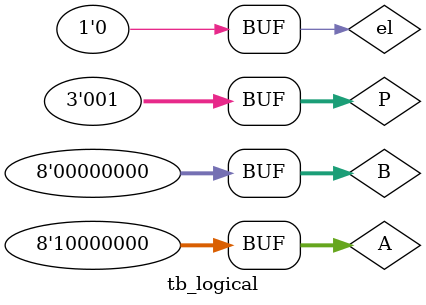
<source format=v>
module tb_logical;
  reg [7:0]A,B;
  reg [2:0]P; 
  reg el;
integer i;
  wire [7:0]Y;
  logical DUT(A,B,P,el,Y);
  initial begin


    el=0;
	P=3'b000;
    A=8'B10000000;
    B=8'B00000000;
# 5  P=3'b001;
  end
  initial
    begin
      $monitor($time,"P=%b a =%b b= %b y=%b ",P,A,B,Y);
      
    end
  
endmodule

</source>
